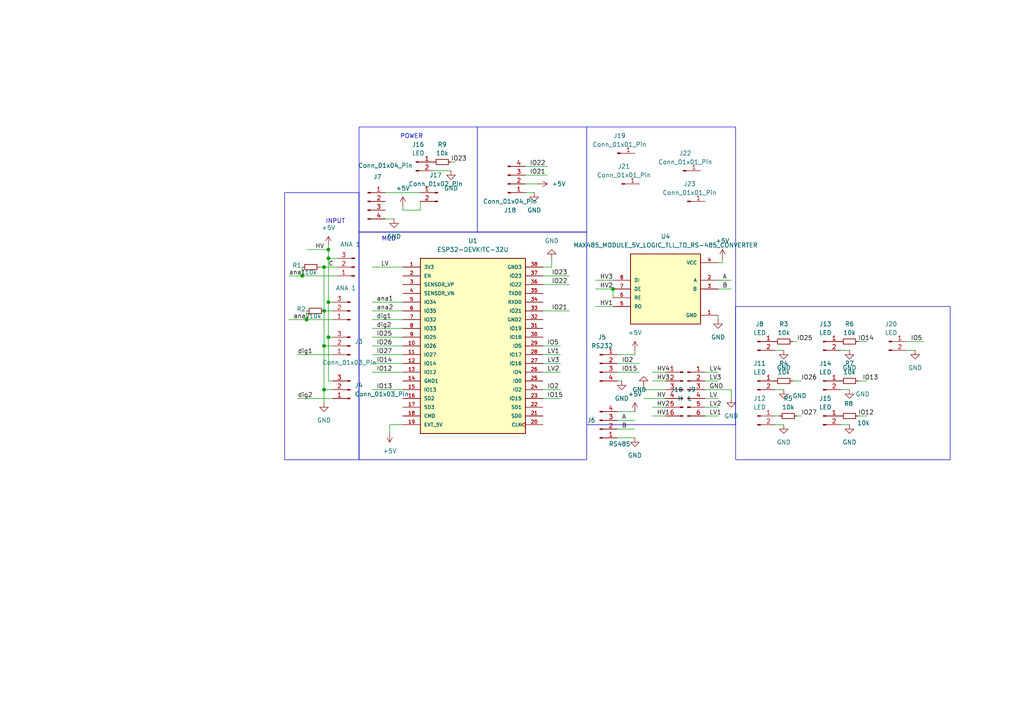
<source format=kicad_sch>
(kicad_sch (version 20231120) (generator "eeschema") (generator_version "8.0")
  (paper "A4")
  (lib_symbols
    (symbol "Connector:Conn_01x01_Pin" (pin_names (offset 1.016) hide)
      (property "Reference" "J" (at 0 2.54 0))
      (property "Value" "Conn_01x01_Pin" (at 0 -2.54 0))
      (symbol "Conn_01x01_Pin_1_1"
        (polyline (pts (xy 1.27 0) (xy 0.8636 0)) (stroke (width 0.1524)))
        (rectangle (start 0.8636 0.127) (end 0 -0.127) (stroke (width 0.1524)) (fill (type outline)))
        (pin passive line (at 5.08 0 180) (length 3.81) (name "Pin_1") (number "1"))
      )
    )
    (symbol "Connector:Conn_01x02_Pin" (pin_names (offset 1.016) hide)
      (property "Reference" "J" (at 0 2.54 0))
      (property "Value" "Conn_01x02_Pin" (at 0 -5.08 0))
      (symbol "Conn_01x02_Pin_1_1"
        (polyline (pts (xy 1.27 -2.54) (xy 0.8636 -2.54)) (stroke (width 0.1524)))
        (polyline (pts (xy 1.27 0) (xy 0.8636 0)) (stroke (width 0.1524)))
        (rectangle (start 0.8636 -2.413) (end 0 -2.667) (stroke (width 0.1524)) (fill (type outline)))
        (rectangle (start 0.8636 0.127) (end 0 -0.127) (stroke (width 0.1524)) (fill (type outline)))
        (pin passive line (at 5.08 0 180) (length 3.81) (name "Pin_1") (number "1"))
        (pin passive line (at 5.08 -2.54 180) (length 3.81) (name "Pin_2") (number "2"))
      )
    )
    (symbol "Connector:Conn_01x03_Pin" (pin_names (offset 1.016) hide)
      (property "Reference" "J" (at 0 5.08 0))
      (property "Value" "Conn_01x03_Pin" (at 0 -5.08 0))
      (symbol "Conn_01x03_Pin_1_1"
        (polyline (pts (xy 1.27 -2.54) (xy 0.8636 -2.54)) (stroke (width 0.1524)))
        (polyline (pts (xy 1.27 0) (xy 0.8636 0)) (stroke (width 0.1524)))
        (polyline (pts (xy 1.27 2.54) (xy 0.8636 2.54)) (stroke (width 0.1524)))
        (rectangle (start 0.8636 -2.413) (end 0 -2.667) (stroke (width 0.1524)) (fill (type outline)))
        (rectangle (start 0.8636 0.127) (end 0 -0.127) (stroke (width 0.1524)) (fill (type outline)))
        (rectangle (start 0.8636 2.667) (end 0 2.413) (stroke (width 0.1524)) (fill (type outline)))
        (pin passive line (at 5.08 2.54 180) (length 3.81) (name "Pin_1") (number "1"))
        (pin passive line (at 5.08 0 180) (length 3.81) (name "Pin_2") (number "2"))
        (pin passive line (at 5.08 -2.54 180) (length 3.81) (name "Pin_3") (number "3"))
      )
    )
    (symbol "Connector:Conn_01x04_Pin" (pin_names (offset 1.016) hide)
      (property "Reference" "J" (at 0 5.08 0))
      (property "Value" "Conn_01x04_Pin" (at 0 -7.62 0))
      (symbol "Conn_01x04_Pin_1_1"
        (polyline (pts (xy 1.27 -5.08) (xy 0.8636 -5.08)) (stroke (width 0.1524)))
        (polyline (pts (xy 1.27 -2.54) (xy 0.8636 -2.54)) (stroke (width 0.1524)))
        (polyline (pts (xy 1.27 0) (xy 0.8636 0)) (stroke (width 0.1524)))
        (polyline (pts (xy 1.27 2.54) (xy 0.8636 2.54)) (stroke (width 0.1524)))
        (rectangle (start 0.8636 -4.953) (end 0 -5.207) (stroke (width 0.1524)) (fill (type outline)))
        (rectangle (start 0.8636 -2.413) (end 0 -2.667) (stroke (width 0.1524)) (fill (type outline)))
        (rectangle (start 0.8636 0.127) (end 0 -0.127) (stroke (width 0.1524)) (fill (type outline)))
        (rectangle (start 0.8636 2.667) (end 0 2.413) (stroke (width 0.1524)) (fill (type outline)))
        (pin passive line (at 5.08 2.54 180) (length 3.81) (name "Pin_1") (number "1"))
        (pin passive line (at 5.08 0 180) (length 3.81) (name "Pin_2") (number "2"))
        (pin passive line (at 5.08 -2.54 180) (length 3.81) (name "Pin_3") (number "3"))
        (pin passive line (at 5.08 -5.08 180) (length 3.81) (name "Pin_4") (number "4"))
      )
    )
    (symbol "Connector:Conn_01x06_Pin" (pin_names (offset 1.016) hide)
      (property "Reference" "J" (at 0 7.62 0))
      (property "Value" "Conn_01x06_Pin" (at 0 -10.16 0))
      (symbol "Conn_01x06_Pin_1_1"
        (polyline (pts (xy 1.27 -7.62) (xy 0.8636 -7.62)) (stroke (width 0.1524)))
        (polyline (pts (xy 1.27 -5.08) (xy 0.8636 -5.08)) (stroke (width 0.1524)))
        (polyline (pts (xy 1.27 -2.54) (xy 0.8636 -2.54)) (stroke (width 0.1524)))
        (polyline (pts (xy 1.27 0) (xy 0.8636 0)) (stroke (width 0.1524)))
        (polyline (pts (xy 1.27 2.54) (xy 0.8636 2.54)) (stroke (width 0.1524)))
        (polyline (pts (xy 1.27 5.08) (xy 0.8636 5.08)) (stroke (width 0.1524)))
        (rectangle (start 0.8636 -7.493) (end 0 -7.747) (stroke (width 0.1524)) (fill (type outline)))
        (rectangle (start 0.8636 -4.953) (end 0 -5.207) (stroke (width 0.1524)) (fill (type outline)))
        (rectangle (start 0.8636 -2.413) (end 0 -2.667) (stroke (width 0.1524)) (fill (type outline)))
        (rectangle (start 0.8636 0.127) (end 0 -0.127) (stroke (width 0.1524)) (fill (type outline)))
        (rectangle (start 0.8636 2.667) (end 0 2.413) (stroke (width 0.1524)) (fill (type outline)))
        (rectangle (start 0.8636 5.207) (end 0 4.953) (stroke (width 0.1524)) (fill (type outline)))
        (pin passive line (at 5.08 5.08 180) (length 3.81) (name "Pin_1") (number "1"))
        (pin passive line (at 5.08 2.54 180) (length 3.81) (name "Pin_2") (number "2"))
        (pin passive line (at 5.08 0 180) (length 3.81) (name "Pin_3") (number "3"))
        (pin passive line (at 5.08 -2.54 180) (length 3.81) (name "Pin_4") (number "4"))
        (pin passive line (at 5.08 -5.08 180) (length 3.81) (name "Pin_5") (number "5"))
        (pin passive line (at 5.08 -7.62 180) (length 3.81) (name "Pin_6") (number "6"))
      )
    )
    (symbol "Device:R_Small" (pin_numbers hide) (pin_names (offset 0.254) hide)
      (property "Reference" "R" (at 0.762 0.508 0))
      (property "Value" "R_Small" (at 0.762 -1.016 0))
      (symbol "R_Small_0_1"
        (rectangle (start -0.762 1.778) (end 0.762 -1.778) (stroke (width 0.2032)))
      )
      (symbol "R_Small_1_1"
        (pin passive line (at 0 2.54 270) (length 0.762) (name "~") (number "1"))
        (pin passive line (at 0 -2.54 90) (length 0.762) (name "~") (number "2"))
      )
    )
    (symbol "ESP32-DEVKITC-32U:ESP32-DEVKITC-32U" (pin_names (offset 1.016))
      (property "Reference" "U" (at -15.2654 26.0604 0))
      (property "Value" "ESP32-DEVKITC-32U" (at -15.2654 -27.9654 0))
      (symbol "ESP32-DEVKITC-32U_0_0"
        (rectangle (start -15.24 -25.4) (end 15.24 25.4) (stroke (width 0.254)) (fill (type background)))
        (pin power_in line (at -20.32 22.86 0) (length 5.08) (name "3V3") (number "1"))
        (pin bidirectional line (at -20.32 0 0) (length 5.08) (name "IO26") (number "10"))
        (pin bidirectional line (at -20.32 -2.54 0) (length 5.08) (name "IO27") (number "11"))
        (pin bidirectional line (at -20.32 -5.08 0) (length 5.08) (name "IO14") (number "12"))
        (pin bidirectional line (at -20.32 -7.62 0) (length 5.08) (name "IO12") (number "13"))
        (pin power_in line (at -20.32 -10.16 0) (length 5.08) (name "GND1") (number "14"))
        (pin bidirectional line (at -20.32 -12.7 0) (length 5.08) (name "IO13") (number "15"))
        (pin bidirectional line (at -20.32 -15.24 0) (length 5.08) (name "SD2") (number "16"))
        (pin bidirectional line (at -20.32 -17.78 0) (length 5.08) (name "SD3") (number "17"))
        (pin bidirectional line (at -20.32 -20.32 0) (length 5.08) (name "CMD") (number "18"))
        (pin power_in line (at -20.32 -22.86 0) (length 5.08) (name "EXT_5V") (number "19"))
        (pin input line (at -20.32 20.32 0) (length 5.08) (name "EN") (number "2"))
        (pin input clock (at 20.32 -22.86 180) (length 5.08) (name "CLK") (number "20"))
        (pin bidirectional line (at 20.32 -20.32 180) (length 5.08) (name "SD0") (number "21"))
        (pin bidirectional line (at 20.32 -17.78 180) (length 5.08) (name "SD1") (number "22"))
        (pin bidirectional line (at 20.32 -15.24 180) (length 5.08) (name "IO15") (number "23"))
        (pin bidirectional line (at 20.32 -12.7 180) (length 5.08) (name "IO2") (number "24"))
        (pin bidirectional line (at 20.32 -10.16 180) (length 5.08) (name "IO0") (number "25"))
        (pin bidirectional line (at 20.32 -7.62 180) (length 5.08) (name "IO4") (number "26"))
        (pin bidirectional line (at 20.32 -5.08 180) (length 5.08) (name "IO16") (number "27"))
        (pin bidirectional line (at 20.32 -2.54 180) (length 5.08) (name "IO17") (number "28"))
        (pin bidirectional line (at 20.32 0 180) (length 5.08) (name "IO5") (number "29"))
        (pin input line (at -20.32 17.78 0) (length 5.08) (name "SENSOR_VP") (number "3"))
        (pin bidirectional line (at 20.32 2.54 180) (length 5.08) (name "IO18") (number "30"))
        (pin bidirectional line (at 20.32 5.08 180) (length 5.08) (name "IO19") (number "31"))
        (pin power_in line (at 20.32 7.62 180) (length 5.08) (name "GND2") (number "32"))
        (pin bidirectional line (at 20.32 10.16 180) (length 5.08) (name "IO21") (number "33"))
        (pin input line (at 20.32 12.7 180) (length 5.08) (name "RXD0") (number "34"))
        (pin output line (at 20.32 15.24 180) (length 5.08) (name "TXD0") (number "35"))
        (pin bidirectional line (at 20.32 17.78 180) (length 5.08) (name "IO22") (number "36"))
        (pin bidirectional line (at 20.32 20.32 180) (length 5.08) (name "IO23") (number "37"))
        (pin power_in line (at 20.32 22.86 180) (length 5.08) (name "GND3") (number "38"))
        (pin input line (at -20.32 15.24 0) (length 5.08) (name "SENSOR_VN") (number "4"))
        (pin bidirectional line (at -20.32 12.7 0) (length 5.08) (name "IO34") (number "5"))
        (pin bidirectional line (at -20.32 10.16 0) (length 5.08) (name "IO35") (number "6"))
        (pin bidirectional line (at -20.32 7.62 0) (length 5.08) (name "IO32") (number "7"))
        (pin bidirectional line (at -20.32 5.08 0) (length 5.08) (name "IO33") (number "8"))
        (pin bidirectional line (at -20.32 2.54 0) (length 5.08) (name "IO25") (number "9"))
      )
    )
    (symbol "MAX485_MODULE_5V_LOGIC_TLL_TO_RS-485_CONVERTER:MAX485_MODULE_5V_LOGIC_TLL_TO_RS-485_CONVERTER" (pin_names (offset 1.016))
      (property "Reference" "U" (at -10.16 11.43 0))
      (property "Value" "MAX485_MODULE_5V_LOGIC_TLL_TO_RS-485_CONVERTER" (at -10.16 -12.7 0))
      (symbol "MAX485_MODULE_5V_LOGIC_TLL_TO_RS-485_CONVERTER_0_0"
        (rectangle (start -10.16 -10.16) (end 10.16 10.16) (stroke (width 0.254)) (fill (type background)))
        (pin power_in line (at 15.24 -7.62 180) (length 5.08) (name "GND") (number "1"))
        (pin bidirectional line (at 15.24 2.54 180) (length 5.08) (name "A") (number "2"))
        (pin bidirectional line (at 15.24 0 180) (length 5.08) (name "B") (number "3"))
        (pin power_in line (at 15.24 7.62 180) (length 5.08) (name "VCC") (number "4"))
        (pin output line (at -15.24 -5.08 0) (length 5.08) (name "RO") (number "5"))
        (pin input line (at -15.24 -2.54 0) (length 5.08) (name "RE") (number "6"))
        (pin input line (at -15.24 0 0) (length 5.08) (name "DE") (number "7"))
        (pin input line (at -15.24 2.54 0) (length 5.08) (name "DI") (number "8"))
      )
    )
    (symbol "power:+5V" (power) (pin_numbers hide) (pin_names (offset 0) hide)
      (property "Value" "+5V" (at 0 3.556 0))
      (symbol "+5V_0_1"
        (polyline (pts (xy -0.762 1.27) (xy 0 2.54)))
        (polyline (pts (xy 0 0) (xy 0 2.54)))
        (polyline (pts (xy 0 2.54) (xy 0.762 1.27)))
      )
      (symbol "+5V_1_1"
        (pin power_in line (at 0 0 90) (length 0) (name "~") (number "1"))
      )
    )
    (symbol "power:GND" (power) (pin_numbers hide) (pin_names (offset 0) hide)
      (property "Value" "GND" (at 0 -3.81 0))
      (symbol "GND_0_1"
        (polyline (pts (xy 0 0) (xy 0 -1.27) (xy 1.27 -1.27) (xy 0 -2.54) (xy -1.27 -1.27) (xy 0 -1.27)))
      )
      (symbol "GND_1_1"
        (pin power_in line (at 0 0 270) (length 0) (name "~") (number "1"))
      )
    )
  )
  (junction (at 93.98 90.17))
  (junction (at 95.25 87.63))
  (junction (at 95.25 74.93))
  (junction (at 93.98 77.47))
  (junction (at 88.9 92.71))
  (junction (at 87.63 80.01))
  (junction (at 177.8 83.82))
  (junction (at 93.98 113.03))
  (junction (at 95.25 97.79))
  (junction (at 95.25 72.39))
  (junction (at 93.98 100.33))
  (wire (pts (xy 96.52 90.17) (xy 93.98 90.17)))
  (wire (pts (xy 177.8 83.82) (xy 177.8 86.36)))
  (wire (pts (xy 208.28 83.82) (xy 212.09 83.82)))
  (wire (pts (xy 208.28 81.28) (xy 212.09 81.28)))
  (wire (pts (xy 226.06 120.65) (xy 224.79 120.65)))
  (wire (pts (xy 107.95 95.25) (xy 116.84 95.25)))
  (wire (pts (xy 95.25 97.79) (xy 96.52 97.79)))
  (wire (pts (xy 93.98 116.84) (xy 93.98 113.03)))
  (wire (pts (xy 204.47 115.57) (xy 208.28 115.57)))
  (wire (pts (xy 95.25 74.93) (xy 97.79 74.93)))
  (wire (pts (xy 93.98 100.33) (xy 93.98 90.17)))
  (wire (pts (xy 184.15 101.6) (xy 184.15 102.87)))
  (wire (pts (xy 179.07 127) (xy 184.15 127)))
  (wire (pts (xy 83.82 92.71) (xy 88.9 92.71)))
  (wire (pts (xy 107.95 92.71) (xy 116.84 92.71)))
  (wire (pts (xy 113.03 125.73) (xy 113.03 123.19)))
  (wire (pts (xy 111.76 63.5) (xy 114.3 63.5)))
  (wire (pts (xy 179.07 119.38) (xy 184.15 119.38)))
  (wire (pts (xy 95.25 97.79) (xy 95.25 110.49)))
  (wire (pts (xy 262.89 99.06) (xy 267.97 99.06)))
  (wire (pts (xy 107.95 105.41) (xy 116.84 105.41)))
  (wire (pts (xy 179.07 121.92) (xy 184.15 121.92)))
  (wire (pts (xy 179.07 107.95) (xy 185.42 107.95)))
  (wire (pts (xy 243.84 101.6) (xy 246.38 101.6)))
  (wire (pts (xy 121.92 60.96) (xy 116.84 60.96)))
  (wire (pts (xy 111.76 55.88) (xy 121.92 55.88)))
  (wire (pts (xy 189.23 110.49) (xy 193.04 110.49)))
  (wire (pts (xy 243.84 123.19) (xy 246.38 123.19)))
  (wire (pts (xy 160.02 74.93) (xy 160.02 77.47)))
  (wire (pts (xy 107.95 102.87) (xy 116.84 102.87)))
  (wire (pts (xy 179.07 102.87) (xy 184.15 102.87)))
  (wire (pts (xy 107.95 113.03) (xy 116.84 113.03)))
  (wire (pts (xy 189.23 120.65) (xy 193.04 120.65)))
  (wire (pts (xy 107.95 107.95) (xy 116.84 107.95)))
  (wire (pts (xy 157.48 100.33) (xy 162.56 100.33)))
  (wire (pts (xy 95.25 74.93) (xy 95.25 87.63)))
  (wire (pts (xy 88.9 72.39) (xy 95.25 72.39)))
  (wire (pts (xy 107.95 90.17) (xy 116.84 90.17)))
  (wire (pts (xy 224.79 113.03) (xy 227.33 113.03)))
  (wire (pts (xy 157.48 113.03) (xy 162.56 113.03)))
  (wire (pts (xy 224.79 123.19) (xy 227.33 123.19)))
  (wire (pts (xy 130.81 46.99) (xy 132.08 46.99)))
  (wire (pts (xy 189.23 118.11) (xy 193.04 118.11)))
  (wire (pts (xy 186.69 113.03) (xy 193.04 113.03)))
  (wire (pts (xy 179.07 124.46) (xy 184.15 124.46)))
  (wire (pts (xy 248.92 110.49) (xy 251.46 110.49)))
  (wire (pts (xy 248.92 120.65) (xy 251.46 120.65)))
  (wire (pts (xy 231.14 120.65) (xy 232.41 120.65)))
  (wire (pts (xy 172.72 81.28) (xy 177.8 81.28)))
  (wire (pts (xy 189.23 107.95) (xy 193.04 107.95)))
  (wire (pts (xy 212.09 113.03) (xy 212.09 115.57)))
  (wire (pts (xy 92.71 77.47) (xy 93.98 77.47)))
  (wire (pts (xy 204.47 118.11) (xy 208.28 118.11)))
  (wire (pts (xy 107.95 100.33) (xy 116.84 100.33)))
  (wire (pts (xy 121.92 58.42) (xy 121.92 60.96)))
  (wire (pts (xy 95.25 110.49) (xy 96.52 110.49)))
  (wire (pts (xy 160.02 77.47) (xy 157.48 77.47)))
  (wire (pts (xy 107.95 97.79) (xy 116.84 97.79)))
  (wire (pts (xy 248.92 99.06) (xy 251.46 99.06)))
  (wire (pts (xy 208.28 76.2) (xy 209.55 76.2)))
  (wire (pts (xy 157.48 107.95) (xy 162.56 107.95)))
  (wire (pts (xy 95.25 72.39) (xy 95.25 74.93)))
  (wire (pts (xy 93.98 113.03) (xy 93.98 100.33)))
  (wire (pts (xy 96.52 92.71) (xy 88.9 92.71)))
  (wire (pts (xy 157.48 115.57) (xy 162.56 115.57)))
  (wire (pts (xy 152.4 50.8) (xy 158.75 50.8)))
  (wire (pts (xy 95.25 87.63) (xy 95.25 97.79)))
  (wire (pts (xy 157.48 90.17) (xy 165.1 90.17)))
  (wire (pts (xy 83.82 80.01) (xy 87.63 80.01)))
  (wire (pts (xy 172.72 83.82) (xy 177.8 83.82)))
  (wire (pts (xy 204.47 113.03) (xy 212.09 113.03)))
  (wire (pts (xy 186.69 115.57) (xy 193.04 115.57)))
  (wire (pts (xy 95.25 71.12) (xy 95.25 72.39)))
  (wire (pts (xy 107.95 77.47) (xy 116.84 77.47)))
  (wire (pts (xy 93.98 113.03) (xy 96.52 113.03)))
  (wire (pts (xy 93.98 77.47) (xy 93.98 90.17)))
  (wire (pts (xy 204.47 107.95) (xy 208.28 107.95)))
  (wire (pts (xy 87.63 77.47) (xy 87.63 80.01)))
  (wire (pts (xy 229.87 110.49) (xy 232.41 110.49)))
  (wire (pts (xy 157.48 82.55) (xy 165.1 82.55)))
  (wire (pts (xy 157.48 80.01) (xy 165.1 80.01)))
  (wire (pts (xy 86.36 115.57) (xy 96.52 115.57)))
  (wire (pts (xy 107.95 87.63) (xy 116.84 87.63)))
  (wire (pts (xy 179.07 110.49) (xy 180.34 110.49)))
  (wire (pts (xy 243.84 113.03) (xy 246.38 113.03)))
  (wire (pts (xy 97.79 80.01) (xy 87.63 80.01)))
  (wire (pts (xy 88.9 90.17) (xy 88.9 92.71)))
  (wire (pts (xy 93.98 100.33) (xy 96.52 100.33)))
  (wire (pts (xy 116.84 60.96) (xy 116.84 59.69)))
  (wire (pts (xy 152.4 53.34) (xy 156.21 53.34)))
  (wire (pts (xy 209.55 74.93) (xy 209.55 76.2)))
  (wire (pts (xy 208.28 91.44) (xy 208.28 92.71)))
  (wire (pts (xy 152.4 48.26) (xy 158.75 48.26)))
  (wire (pts (xy 204.47 110.49) (xy 208.28 110.49)))
  (wire (pts (xy 95.25 87.63) (xy 96.52 87.63)))
  (wire (pts (xy 154.94 55.88) (xy 152.4 55.88)))
  (wire (pts (xy 86.36 102.87) (xy 96.52 102.87)))
  (wire (pts (xy 97.79 77.47) (xy 93.98 77.47)))
  (wire (pts (xy 125.73 49.53) (xy 130.81 49.53)))
  (wire (pts (xy 229.87 99.06) (xy 231.14 99.06)))
  (wire (pts (xy 179.07 105.41) (xy 185.42 105.41)))
  (wire (pts (xy 157.48 105.41) (xy 162.56 105.41)))
  (wire (pts (xy 186.69 113.03) (xy 186.69 111.76)))
  (wire (pts (xy 262.89 101.6) (xy 265.43 101.6)))
  (wire (pts (xy 172.72 88.9) (xy 177.8 88.9)))
  (wire (pts (xy 224.79 101.6) (xy 227.33 101.6)))
  (wire (pts (xy 113.03 123.19) (xy 116.84 123.19)))
  (wire (pts (xy 204.47 120.65) (xy 208.28 120.65)))
  (wire (pts (xy 157.48 102.87) (xy 162.56 102.87)))
  (rectangle (start 138.43 36.83) (end 170.18 67.31))
  (rectangle (start 170.18 36.83) (end 213.36 123.19))
  (rectangle (start 104.14 67.31) (end 170.18 133.35))
  (rectangle (start 213.36 88.9) (end 275.59 133.35))
  (rectangle (start 104.14 36.83) (end 138.43 67.31))
  (rectangle (start 82.55 55.88) (end 104.14 133.35))
  (text "POWER\n" (at 119.38 39.624 0) (effects (font (size 1.27 1.27))))
  (text "MCU\n" (at 112.776 69.342 0) (effects (font (size 1.27 1.27))))
  (text "INPUT\n" (at 97.282 64.262 0) (effects (font (size 1.27 1.27))))
  (label "HV1" (at 173.99 88.9 0))
  (label "LV" (at 110.49 77.47 0))
  (label "IO2" (at 158.75 113.03 0))
  (label "IO27" (at 109.22 102.87 0))
  (label "GND" (at 205.74 113.03 0))
  (label "LV2" (at 158.75 107.95 0))
  (label "IO22" (at 153.67 48.26 0))
  (label "HV3" (at 190.5 110.49 0))
  (label "A" (at 209.55 81.28 0))
  (label "IO22" (at 160.02 82.55 0))
  (label "IO13" (at 109.22 113.03 0))
  (label "LV3" (at 205.74 110.49 0))
  (label "IO23" (at 130.81 46.99 0))
  (label "IO12" (at 248.92 120.65 0))
  (label "IO5" (at 264.16 99.06 0))
  (label "IO21" (at 153.67 50.8 0))
  (label "IO26" (at 232.41 110.49 0))
  (label "B" (at 180.34 124.46 0))
  (label "IO2" (at 180.34 105.41 0))
  (label "IO15" (at 180.34 107.95 0))
  (label "LV4" (at 205.74 107.95 0))
  (label "HV4" (at 190.5 107.95 0))
  (label "HV" (at 91.44 72.39 0))
  (label "HV1" (at 190.5 120.65 0))
  (label "IO27" (at 232.41 120.65 0))
  (label "ana2" (at 85.09 92.71 0))
  (label "HV3" (at 173.99 81.28 0))
  (label "B" (at 209.55 83.82 0))
  (label "LV" (at 205.74 115.57 0))
  (label "A" (at 180.34 121.92 0))
  (label "ana1" (at 109.22 87.63 0))
  (label "IO14" (at 109.22 105.41 0))
  (label "IO12" (at 109.22 107.95 0))
  (label "dig2" (at 86.36 115.57 0))
  (label "IO21" (at 160.02 90.17 0))
  (label "IO15" (at 158.75 115.57 0))
  (label "dig2" (at 109.22 95.25 0))
  (label "LV2" (at 205.74 118.11 0))
  (label "ana1" (at 83.82 80.01 0))
  (label "LV1" (at 205.74 120.65 0))
  (label "dig1" (at 86.36 102.87 0))
  (label "HV2" (at 173.99 83.82 0))
  (label "IO14" (at 248.92 99.06 0))
  (label "ana2" (at 109.22 90.17 0))
  (label "LV3" (at 158.75 105.41 0))
  (label "LV1" (at 158.75 102.87 0))
  (label "IO25" (at 109.22 97.79 0))
  (label "HV" (at 190.5 115.57 0))
  (label "IO25" (at 231.14 99.06 0))
  (label "HV2" (at 190.5 118.11 0))
  (label "IO26" (at 109.22 100.33 0))
  (label "dig1" (at 109.22 92.71 0))
  (label "IO13" (at 250.19 110.49 0))
  (label "C" (at 95.25 77.47 0))
  (label "IO23" (at 160.02 80.01 0))
  (label "IO5" (at 158.75 100.33 0))
  (symbol (lib_id "power:+5V") (at 113.03 125.73 180) (unit 1)
    (property "Reference" "#PWR03" (effects (hide yes)))
    (property "Value" "+5V" (at 113.03 130.81 0))
    (property "Description" "Power symbol creates a global label with name \"+5V\"" (effects (hide yes)))
  )
  (symbol (lib_id "Connector:Conn_01x01_Pin") (at 179.07 44.45 0) (unit 1)
    (property "Reference" "J19" (at 179.705 39.37 0))
    (property "Value" "Conn_01x01_Pin" (at 179.705 41.91 0))
    (property "Footprint" "MountingHole:MountingHole_2.2mm_M2_Pad" (effects (hide yes)))
    (property "Description" "Generic connector, single row, 01x01, script generated" (effects (hide yes)))
  )
  (symbol (lib_id "Connector:Conn_01x02_Pin") (at 238.76 110.49 0) (unit 1)
    (property "Reference" "J14" (at 239.395 105.41 0))
    (property "Value" "LED" (at 239.395 107.95 0))
    (property "Footprint" "Connector_JST:JST_XH_B2B-XH-A_1x02_P2.50mm_Vertical" (effects (hide yes)))
    (property "Description" "Generic connector, single row, 01x02, script generated" (effects (hide yes)))
  )
  (symbol (lib_id "Connector:Conn_01x04_Pin") (at 147.32 53.34 0) (mirror x) (unit 1)
    (property "Reference" "J18" (at 147.955 60.96 0))
    (property "Value" "Conn_01x04_Pin" (at 147.955 58.42 0))
    (property "Footprint" "Connector_JST:JST_XH_B4B-XH-A_1x04_P2.50mm_Vertical" (effects (hide yes)))
    (property "Description" "Generic connector, single row, 01x04, script generated" (effects (hide yes)))
  )
  (symbol (lib_id "power:GND") (at 246.38 123.19 0) (unit 1)
    (property "Reference" "#PWR018" (effects (hide yes)))
    (property "Value" "GND" (at 246.38 128.27 0))
    (property "Description" "Power symbol creates a global label with name \"GND\" , ground" (effects (hide yes)))
  )
  (symbol (lib_id "Connector:Conn_01x01_Pin") (at 199.39 58.42 0) (unit 1)
    (property "Reference" "J23" (at 200.025 53.34 0))
    (property "Value" "Conn_01x01_Pin" (at 200.025 55.88 0))
    (property "Footprint" "MountingHole:MountingHole_2.2mm_M2_Pad" (effects (hide yes)))
    (property "Description" "Generic connector, single row, 01x01, script generated" (effects (hide yes)))
  )
  (symbol (lib_id "power:GND") (at 154.94 55.88 0) (unit 1)
    (property "Reference" "#PWR09" (effects (hide yes)))
    (property "Value" "GND" (at 154.94 60.96 0))
    (property "Description" "Power symbol creates a global label with name \"GND\" , ground" (effects (hide yes)))
  )
  (symbol (lib_id "power:GND") (at 114.3 63.5 0) (unit 1)
    (property "Reference" "#PWR022" (effects (hide yes)))
    (property "Value" "GND" (at 114.3 68.58 0))
    (property "Description" "Power symbol creates a global label with name \"GND\" , ground" (effects (hide yes)))
  )
  (symbol (lib_id "Connector:Conn_01x01_Pin") (at 198.12 49.53 0) (unit 1)
    (property "Reference" "J22" (at 198.755 44.45 0))
    (property "Value" "Conn_01x01_Pin" (at 198.755 46.99 0))
    (property "Footprint" "MountingHole:MountingHole_2.2mm_M2_Pad" (effects (hide yes)))
    (property "Description" "Generic connector, single row, 01x01, script generated" (effects (hide yes)))
  )
  (symbol (lib_id "power:GND") (at 246.38 113.03 0) (unit 1)
    (property "Reference" "#PWR017" (effects (hide yes)))
    (property "Value" "GND" (at 250.19 114.3 0))
    (property "Description" "Power symbol creates a global label with name \"GND\" , ground" (effects (hide yes)))
  )
  (symbol (lib_id "Connector:Conn_01x06_Pin") (at 199.39 113.03 0) (unit 1)
    (property "Reference" "J10" (at 198.12 113.0299 0) (effects (justify right)))
    (property "Value" "H" (at 198.12 115.5699 0) (effects (justify right)))
    (property "Footprint" "Connector_PinHeader_2.54mm:PinHeader_1x06_P2.54mm_Vertical" (effects (hide yes)))
    (property "Description" "Generic connector, single row, 01x06, script generated" (effects (hide yes)))
  )
  (symbol (lib_id "Connector:Conn_01x02_Pin") (at 219.71 110.49 0) (unit 1)
    (property "Reference" "J11" (at 220.345 105.41 0))
    (property "Value" "LED" (at 220.345 107.95 0))
    (property "Footprint" "Connector_JST:JST_XH_B2B-XH-A_1x02_P2.50mm_Vertical" (effects (hide yes)))
    (property "Description" "Generic connector, single row, 01x02, script generated" (effects (hide yes)))
  )
  (symbol (lib_id "Connector:Conn_01x02_Pin") (at 120.65 46.99 0) (unit 1)
    (property "Reference" "J16" (at 121.285 41.91 0))
    (property "Value" "LED" (at 121.285 44.45 0))
    (property "Footprint" "Connector_JST:JST_XH_B2B-XH-A_1x02_P2.50mm_Vertical" (effects (hide yes)))
    (property "Description" "Generic connector, single row, 01x02, script generated" (effects (hide yes)))
  )
  (symbol (lib_id "Device:R_Small") (at 227.33 99.06 90) (unit 1)
    (property "Reference" "R3" (at 227.33 93.98 90))
    (property "Value" "10k" (at 227.33 96.52 90))
    (property "Footprint" "Resistor_SMD:R_0805_2012Metric" (effects (hide yes)))
    (property "Description" "Resistor, small symbol" (effects (hide yes)))
  )
  (symbol (lib_id "Connector:Conn_01x01_Pin") (at 180.34 53.34 0) (unit 1)
    (property "Reference" "J21" (at 180.975 48.26 0))
    (property "Value" "Conn_01x01_Pin" (at 180.975 50.8 0))
    (property "Footprint" "MountingHole:MountingHole_2.2mm_M2_Pad" (effects (hide yes)))
    (property "Description" "Generic connector, single row, 01x01, script generated" (effects (hide yes)))
  )
  (symbol (lib_id "Device:R_Small") (at 246.38 110.49 90) (unit 1)
    (property "Reference" "R7" (at 246.38 105.41 90))
    (property "Value" "10k" (at 246.38 107.95 90))
    (property "Footprint" "Resistor_SMD:R_0805_2012Metric" (effects (hide yes)))
    (property "Description" "Resistor, small symbol" (effects (hide yes)))
  )
  (symbol (lib_id "Connector:Conn_01x02_Pin") (at 127 55.88 0) (mirror y) (unit 1)
    (property "Reference" "J17" (at 126.365 50.8 0))
    (property "Value" "Conn_01x02_Pin" (at 126.365 53.34 0))
    (property "Footprint" "Connector_JST:JST_XH_B2B-XH-A_1x02_P2.50mm_Vertical" (effects (hide yes)))
    (property "Description" "Generic connector, single row, 01x02, script generated" (effects (hide yes)))
  )
  (symbol (lib_id "Connector:Conn_01x03_Pin") (at 101.6 113.03 180) (unit 1)
    (property "Reference" "J4" (at 102.87 111.7599 0) (effects (justify right)))
    (property "Value" "Conn_01x03_Pin" (at 102.87 114.2999 0) (effects (justify right)))
    (property "Footprint" "Connector_JST:JST_EH_S3B-EH_1x03_P2.50mm_Horizontal" (effects (hide yes)))
    (property "Description" "Generic connector, single row, 01x03, script generated" (effects (hide yes)))
  )
  (symbol (lib_id "Device:R_Small") (at 246.38 99.06 90) (unit 1)
    (property "Reference" "R6" (at 246.38 93.98 90))
    (property "Value" "10k" (at 246.38 96.52 90))
    (property "Footprint" "Resistor_SMD:R_0805_2012Metric" (effects (hide yes)))
    (property "Description" "Resistor, small symbol" (effects (hide yes)))
  )
  (symbol (lib_id "power:+5V") (at 209.55 74.93 0) (unit 1)
    (property "Reference" "#PWR025" (effects (hide yes)))
    (property "Value" "+5V" (at 209.55 69.85 0))
    (property "Description" "Power symbol creates a global label with name \"+5V\"" (effects (hide yes)))
  )
  (symbol (lib_id "Connector:Conn_01x02_Pin") (at 257.81 99.06 0) (unit 1)
    (property "Reference" "J20" (at 258.445 93.98 0))
    (property "Value" "LED" (at 258.445 96.52 0))
    (property "Footprint" "Connector_JST:JST_XH_B2B-XH-A_1x02_P2.50mm_Vertical" (effects (hide yes)))
    (property "Description" "Generic connector, single row, 01x02, script generated" (effects (hide yes)))
  )
  (symbol (lib_id "ESP32-DEVKITC-32U:ESP32-DEVKITC-32U") (at 137.16 100.33 0) (unit 1)
    (property "Reference" "U1" (at 137.16 69.85 0))
    (property "Value" "ESP32-DEVKITC-32U" (at 137.16 72.39 0))
    (property "Footprint" "ESP32-DEVKITC-32U:MODULE_ESP32-DEVKITC-32U" (effects (hide yes)))
    (property "MF" "Espressif Systems" (effects (hide yes)))
    (property "MAXIMUM_PACKAGE_HEIGHT" "N/A" (effects (hide yes)))
    (property "Package" "CUSTOM-38 ESPRESSIF" (effects (hide yes)))
    (property "Price" "None" (effects (hide yes)))
    (property "Check_prices" "https://www.snapeda.com/parts/ESP32-DEVKITC-32U/Espressif+Systems/view-part/?ref=eda" (effects (hide yes)))
    (property "STANDARD" "Manufacturer Recommendations" (effects (hide yes)))
    (property "PARTREV" "V4" (effects (hide yes)))
    (property "SnapEDA_Link" "https://www.snapeda.com/parts/ESP32-DEVKITC-32U/Espressif+Systems/view-part/?ref=snap" (effects (hide yes)))
    (property "MP" "ESP32-DEVKITC-32U" (effects (hide yes)))
    (property "Description_1" "\\nESP32-WROOM-32UE series Transceiver; 802.11 b/g/n (Wi-Fi, WiFi, WLAN), Bluetooth® Smart Ready 4.x Dual Mode Evaluation Board\\n" (effects (hide yes)))
    (property "Availability" "In Stock" (effects (hide yes)))
    (property "MANUFACTURER" "Espressif Systems" (effects (hide yes)))
  )
  (symbol (lib_id "power:GND") (at 130.81 49.53 0) (unit 1)
    (property "Reference" "#PWR019" (effects (hide yes)))
    (property "Value" "GND" (at 130.81 54.61 0))
    (property "Description" "Power symbol creates a global label with name \"GND\" , ground" (effects (hide yes)))
  )
  (symbol (lib_id "power:GND") (at 227.33 113.03 0) (unit 1)
    (property "Reference" "#PWR014" (effects (hide yes)))
    (property "Value" "GND" (at 231.902 114.808 0))
    (property "Description" "Power symbol creates a global label with name \"GND\" , ground" (effects (hide yes)))
  )
  (symbol (lib_id "power:+5V") (at 116.84 59.69 0) (unit 1)
    (property "Reference" "#PWR023" (effects (hide yes)))
    (property "Value" "+5V" (at 116.84 54.61 0))
    (property "Description" "Power symbol creates a global label with name \"+5V\"" (effects (hide yes)))
  )
  (symbol (lib_id "Connector:Conn_01x03_Pin") (at 102.87 77.47 180) (unit 1)
    (property "Reference" "J1" (effects (hide yes)))
    (property "Value" "ANA 1" (at 101.6 70.866 0))
    (property "Footprint" "Connector_JST:JST_EH_S3B-EH_1x03_P2.50mm_Horizontal" (effects (hide yes)))
    (property "Description" "Generic connector, single row, 01x03, script generated" (effects (hide yes)))
  )
  (symbol (lib_id "power:GND") (at 93.98 116.84 0) (unit 1)
    (property "Reference" "#PWR01" (effects (hide yes)))
    (property "Value" "GND" (at 93.98 121.92 0))
    (property "Description" "Power symbol creates a global label with name \"GND\" , ground" (effects (hide yes)))
  )
  (symbol (lib_id "power:GND") (at 208.28 92.71 0) (unit 1)
    (property "Reference" "#PWR024" (effects (hide yes)))
    (property "Value" "GND" (at 208.28 97.79 0))
    (property "Description" "Power symbol creates a global label with name \"GND\" , ground" (effects (hide yes)))
  )
  (symbol (lib_id "power:GND") (at 265.43 101.6 0) (unit 1)
    (property "Reference" "#PWR011" (effects (hide yes)))
    (property "Value" "GND" (at 265.43 106.68 0))
    (property "Description" "Power symbol creates a global label with name \"GND\" , ground" (effects (hide yes)))
  )
  (symbol (lib_id "Device:R_Small") (at 246.38 120.65 90) (unit 1)
    (property "Reference" "R8" (at 246.126 117.094 90))
    (property "Value" "10k" (at 250.444 122.682 90))
    (property "Footprint" "Resistor_SMD:R_0805_2012Metric" (effects (hide yes)))
    (property "Description" "Resistor, small symbol" (effects (hide yes)))
  )
  (symbol (lib_id "Device:R_Small") (at 228.6 120.65 90) (unit 1)
    (property "Reference" "R5" (at 228.6 115.57 90))
    (property "Value" "10k" (at 228.6 118.11 90))
    (property "Footprint" "Resistor_SMD:R_0805_2012Metric" (effects (hide yes)))
    (property "Description" "Resistor, small symbol" (effects (hide yes)))
  )
  (symbol (lib_id "Connector:Conn_01x02_Pin") (at 238.76 120.65 0) (unit 1)
    (property "Reference" "J15" (at 239.395 115.57 0))
    (property "Value" "LED" (at 239.395 118.11 0))
    (property "Footprint" "Connector_JST:JST_XH_B2B-XH-A_1x02_P2.50mm_Vertical" (effects (hide yes)))
    (property "Description" "Generic connector, single row, 01x02, script generated" (effects (hide yes)))
  )
  (symbol (lib_id "power:+5V") (at 184.15 119.38 0) (unit 1)
    (property "Reference" "#PWR07" (effects (hide yes)))
    (property "Value" "+5V" (at 184.15 114.3 0))
    (property "Description" "Power symbol creates a global label with name \"+5V\"" (effects (hide yes)))
  )
  (symbol (lib_id "Connector:Conn_01x04_Pin") (at 106.68 58.42 0) (unit 1)
    (property "Reference" "J7" (at 109.474 51.308 0))
    (property "Value" "Conn_01x04_Pin" (at 111.76 48.006 0))
    (property "Footprint" "Connector_PinHeader_2.54mm:PinHeader_1x04_P2.54mm_Vertical" (effects (hide yes)))
    (property "Description" "Generic connector, single row, 01x04, script generated" (effects (hide yes)))
  )
  (symbol (lib_id "power:GND") (at 212.09 115.57 0) (unit 1)
    (property "Reference" "#PWR021" (effects (hide yes)))
    (property "Value" "GND" (at 212.09 120.65 0))
    (property "Description" "Power symbol creates a global label with name \"GND\" , ground" (effects (hide yes)))
  )
  (symbol (lib_id "power:+5V") (at 156.21 53.34 270) (unit 1)
    (property "Reference" "#PWR010" (effects (hide yes)))
    (property "Value" "+5V" (at 160.02 53.3399 90) (effects (justify left)))
    (property "Description" "Power symbol creates a global label with name \"+5V\"" (effects (hide yes)))
  )
  (symbol (lib_id "power:GND") (at 180.34 110.49 0) (unit 1)
    (property "Reference" "#PWR05" (effects (hide yes)))
    (property "Value" "GND" (at 180.34 115.57 0))
    (property "Description" "Power symbol creates a global label with name \"GND\" , ground" (effects (hide yes)))
  )
  (symbol (lib_id "power:GND") (at 227.33 101.6 0) (unit 1)
    (property "Reference" "#PWR013" (effects (hide yes)))
    (property "Value" "GND" (at 227.33 106.68 0))
    (property "Description" "Power symbol creates a global label with name \"GND\" , ground" (effects (hide yes)))
  )
  (symbol (lib_id "power:GND") (at 160.02 74.93 180) (unit 1)
    (property "Reference" "#PWR04" (effects (hide yes)))
    (property "Value" "GND" (at 160.02 69.85 0))
    (property "Description" "Power symbol creates a global label with name \"GND\" , ground" (effects (hide yes)))
  )
  (symbol (lib_id "Connector:Conn_01x04_Pin") (at 173.99 105.41 0) (unit 1)
    (property "Reference" "J5" (at 174.625 97.79 0))
    (property "Value" "RS232" (at 174.625 100.33 0))
    (property "Footprint" "Connector_JST:JST_EH_S4B-EH_1x04_P2.50mm_Horizontal" (effects (hide yes)))
    (property "Description" "Generic connector, single row, 01x04, script generated" (effects (hide yes)))
  )
  (symbol (lib_id "power:GND") (at 227.33 123.19 0) (unit 1)
    (property "Reference" "#PWR015" (effects (hide yes)))
    (property "Value" "GND" (at 227.33 128.27 0))
    (property "Description" "Power symbol creates a global label with name \"GND\" , ground" (effects (hide yes)))
  )
  (symbol (lib_id "Device:R_Small") (at 90.17 77.47 270) (unit 1)
    (property "Reference" "R1" (at 86.106 76.962 90))
    (property "Value" "10k" (at 90.17 78.994 90))
    (property "Footprint" "Resistor_SMD:R_0805_2012Metric" (effects (hide yes)))
    (property "Description" "Resistor, small symbol" (effects (hide yes)))
  )
  (symbol (lib_id "power:GND") (at 246.38 101.6 0) (unit 1)
    (property "Reference" "#PWR016" (effects (hide yes)))
    (property "Value" "GND" (at 246.38 106.68 0))
    (property "Description" "Power symbol creates a global label with name \"GND\" , ground" (effects (hide yes)))
  )
  (symbol (lib_id "power:+5V") (at 184.15 101.6 0) (unit 1)
    (property "Reference" "#PWR06" (effects (hide yes)))
    (property "Value" "+5V" (at 184.15 96.52 0))
    (property "Description" "Power symbol creates a global label with name \"+5V\"" (effects (hide yes)))
  )
  (symbol (lib_id "power:GND") (at 184.15 127 0) (unit 1)
    (property "Reference" "#PWR08" (effects (hide yes)))
    (property "Value" "GND" (at 184.15 132.08 0))
    (property "Description" "Power symbol creates a global label with name \"GND\" , ground" (effects (hide yes)))
  )
  (symbol (lib_id "Device:R_Small") (at 91.44 90.17 270) (unit 1)
    (property "Reference" "R2" (at 87.376 89.662 90))
    (property "Value" "10k" (at 91.44 91.694 90))
    (property "Footprint" "Resistor_SMD:R_0805_2012Metric" (effects (hide yes)))
    (property "Description" "Resistor, small symbol" (effects (hide yes)))
  )
  (symbol (lib_id "power:GND") (at 186.69 111.76 180) (unit 1)
    (property "Reference" "#PWR020" (effects (hide yes)))
    (property "Value" "GND" (at 185.42 113.03 0))
    (property "Description" "Power symbol creates a global label with name \"GND\" , ground" (effects (hide yes)))
  )
  (symbol (lib_id "Connector:Conn_01x02_Pin") (at 219.71 99.06 0) (unit 1)
    (property "Reference" "J8" (at 220.345 93.98 0))
    (property "Value" "LED" (at 220.345 96.52 0))
    (property "Footprint" "Connector_JST:JST_XH_B2B-XH-A_1x02_P2.50mm_Vertical" (effects (hide yes)))
    (property "Description" "Generic connector, single row, 01x02, script generated" (effects (hide yes)))
  )
  (symbol (lib_id "Connector:Conn_01x04_Pin") (at 173.99 124.46 0) (mirror x) (unit 1)
    (property "Reference" "J6" (at 172.72 121.9199 0) (effects (justify right)))
    (property "Value" "RS485" (at 182.88 128.778 0) (effects (justify right)))
    (property "Footprint" "Connector_JST:JST_EH_S4B-EH_1x04_P2.50mm_Horizontal" (effects (hide yes)))
    (property "Description" "Generic connector, single row, 01x04, script generated" (effects (hide yes)))
  )
  (symbol (lib_id "Connector:Conn_01x03_Pin") (at 101.6 100.33 180) (unit 1)
    (property "Reference" "J3" (at 102.87 99.0599 0) (effects (justify right)))
    (property "Value" "Conn_01x03_Pin" (at 93.472 105.156 0) (effects (justify right)))
    (property "Footprint" "Connector_JST:JST_EH_S3B-EH_1x03_P2.50mm_Horizontal" (effects (hide yes)))
    (property "Description" "Generic connector, single row, 01x03, script generated" (effects (hide yes)))
  )
  (symbol (lib_id "Device:R_Small") (at 128.27 46.99 90) (unit 1)
    (property "Reference" "R9" (at 128.27 41.91 90))
    (property "Value" "10k" (at 128.27 44.45 90))
    (property "Footprint" "Resistor_SMD:R_0805_2012Metric" (effects (hide yes)))
    (property "Description" "Resistor, small symbol" (effects (hide yes)))
  )
  (symbol (lib_id "MAX485_MODULE_5V_LOGIC_TLL_TO_RS-485_CONVERTER:MAX485_MODULE_5V_LOGIC_TLL_TO_RS-485_CONVERTER") (at 193.04 83.82 0) (unit 1)
    (property "Reference" "U4" (at 193.04 68.58 0))
    (property "Value" "MAX485_MODULE_5V_LOGIC_TLL_TO_RS-485_CONVERTER" (at 193.04 71.12 0))
    (property "Footprint" "MAX485_MODULE_5V_LOGIC_TLL_TO_RS-485_CONVERTER:MODULE_MAX485_MODULE_5V_LOGIC_TLL_TO_RS-485_CONVERTER" (effects (hide yes)))
    (property "MF" "e-Gizmo Mechatronix Central" (effects (hide yes)))
    (property "Description_1" "\\n5V MAX485 TTL To RS485 Converter Module Board for Arduino\\n" (effects (hide yes)))
    (property "Package" "Package" (effects (hide yes)))
    (property "Price" "None" (effects (hide yes)))
    (property "Check_prices" "https://www.snapeda.com/parts/MAX485%20Module%205V%20logic%20TLL%20to%20RS-485%20converter/e-Gizmo+Mechatronix+Central/view-part/?ref=eda" (effects (hide yes)))
    (property "STANDARD" "Manufacturer Recommendations" (effects (hide yes)))
    (property "PARTREV" "1r0" (effects (hide yes)))
    (property "SnapEDA_Link" "https://www.snapeda.com/parts/MAX485%20Module%205V%20logic%20TLL%20to%20RS-485%20converter/e-Gizmo+Mechatronix+Central/view-part/?ref=snap" (effects (hide yes)))
    (property "MP" "MAX485 Module 5V logic TLL to RS-485 converter" (effects (hide yes)))
    (property "Availability" "Not in stock" (effects (hide yes)))
    (property "MANUFACTURER" "e-Gizmo" (effects (hide yes)))
  )
  (symbol (lib_id "Connector:Conn_01x03_Pin") (at 101.6 90.17 180) (unit 1)
    (property "Reference" "J2" (effects (hide yes)))
    (property "Value" "ANA 1" (at 100.33 83.566 0))
    (property "Footprint" "Connector_JST:JST_EH_S3B-EH_1x03_P2.50mm_Horizontal" (effects (hide yes)))
    (property "Description" "Generic connector, single row, 01x03, script generated" (effects (hide yes)))
  )
  (symbol (lib_id "power:+5V") (at 95.25 71.12 0) (unit 1)
    (property "Reference" "#PWR02" (effects (hide yes)))
    (property "Value" "+5V" (at 95.25 66.04 0))
    (property "Description" "Power symbol creates a global label with name \"+5V\"" (effects (hide yes)))
  )
  (symbol (lib_id "Device:R_Small") (at 227.33 110.49 90) (unit 1)
    (property "Reference" "R4" (at 227.33 105.41 90))
    (property "Value" "10k" (at 227.33 107.95 90))
    (property "Footprint" "Resistor_SMD:R_0805_2012Metric" (effects (hide yes)))
    (property "Description" "Resistor, small symbol" (effects (hide yes)))
  )
  (symbol (lib_id "Connector:Conn_01x06_Pin") (at 198.12 113.03 0) (mirror y) (unit 1)
    (property "Reference" "J9" (at 199.39 113.0299 0) (effects (justify right)))
    (property "Value" "L" (at 199.39 115.5699 0) (effects (justify right)))
    (property "Footprint" "Connector_PinHeader_2.54mm:PinHeader_1x06_P2.54mm_Vertical" (effects (hide yes)))
    (property "Description" "Generic connector, single row, 01x06, script generated" (effects (hide yes)))
  )
  (symbol (lib_id "Connector:Conn_01x02_Pin") (at 238.76 99.06 0) (unit 1)
    (property "Reference" "J13" (at 239.395 93.98 0))
    (property "Value" "LED" (at 239.395 96.52 0))
    (property "Footprint" "Connector_JST:JST_XH_B2B-XH-A_1x02_P2.50mm_Vertical" (effects (hide yes)))
    (property "Description" "Generic connector, single row, 01x02, script generated" (effects (hide yes)))
  )
  (symbol (lib_id "Connector:Conn_01x02_Pin") (at 219.71 120.65 0) (unit 1)
    (property "Reference" "J12" (at 220.345 115.57 0))
    (property "Value" "LED" (at 220.345 118.11 0))
    (property "Footprint" "Connector_JST:JST_XH_B2B-XH-A_1x02_P2.50mm_Vertical" (effects (hide yes)))
    (property "Description" "Generic connector, single row, 01x02, script generated" (effects (hide yes)))
  )
)
</source>
